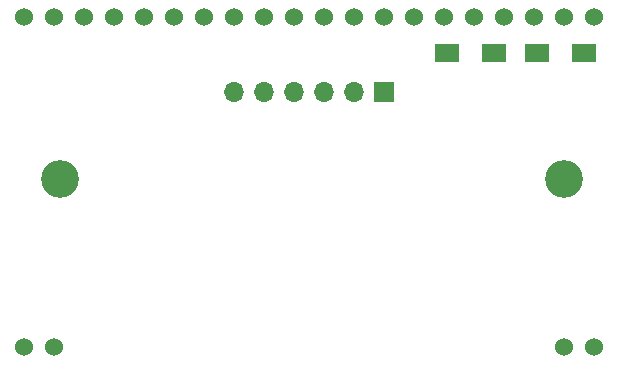
<source format=gbr>
G04 #@! TF.FileFunction,Soldermask,Top*
%FSLAX46Y46*%
G04 Gerber Fmt 4.6, Leading zero omitted, Abs format (unit mm)*
G04 Created by KiCad (PCBNEW 4.0.0-rc1-stable) date 09/08/2017 17:43:47*
%MOMM*%
G01*
G04 APERTURE LIST*
%ADD10C,0.076200*%
%ADD11C,3.200000*%
%ADD12R,2.000000X1.600000*%
%ADD13R,1.700000X1.700000*%
%ADD14O,1.700000X1.700000*%
%ADD15C,1.524000*%
G04 APERTURE END LIST*
D10*
D11*
X195580000Y-85852000D03*
D12*
X197326000Y-75184000D03*
X193326000Y-75184000D03*
X185706000Y-75184000D03*
X189706000Y-75184000D03*
D13*
X180340000Y-78486000D03*
D14*
X177800000Y-78486000D03*
X175260000Y-78486000D03*
X172720000Y-78486000D03*
X170180000Y-78486000D03*
X167640000Y-78486000D03*
D15*
X149860000Y-100076000D03*
X152400000Y-100076000D03*
X195580000Y-100076000D03*
X198120000Y-100076000D03*
X198120000Y-72136000D03*
X195580000Y-72136000D03*
X193040000Y-72136000D03*
X190500000Y-72136000D03*
X187960000Y-72136000D03*
X185420000Y-72136000D03*
X182880000Y-72136000D03*
X180340000Y-72136000D03*
X177800000Y-72136000D03*
X175260000Y-72136000D03*
X172720000Y-72136000D03*
X170180000Y-72136000D03*
X167640000Y-72136000D03*
X165100000Y-72136000D03*
X162560000Y-72136000D03*
X160020000Y-72136000D03*
X157480000Y-72136000D03*
X154940000Y-72136000D03*
X152400000Y-72136000D03*
X149860000Y-72136000D03*
D11*
X152908000Y-85852000D03*
M02*

</source>
